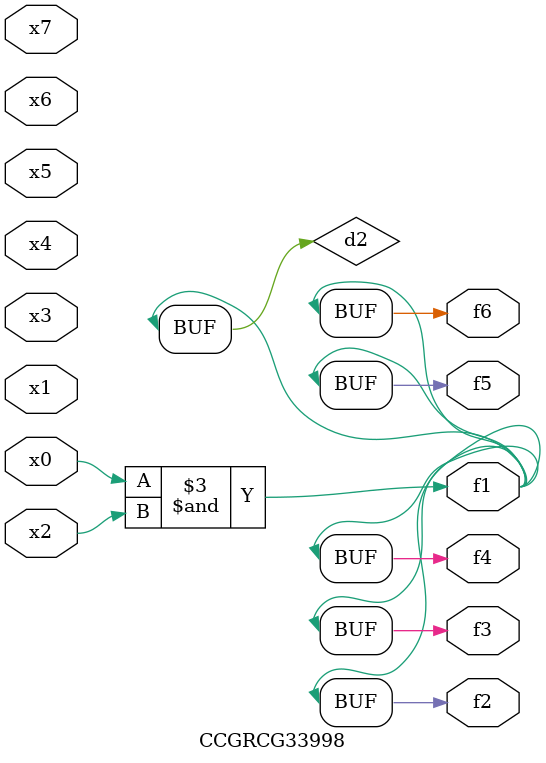
<source format=v>
module CCGRCG33998(
	input x0, x1, x2, x3, x4, x5, x6, x7,
	output f1, f2, f3, f4, f5, f6
);

	wire d1, d2;

	nor (d1, x3, x6);
	and (d2, x0, x2);
	assign f1 = d2;
	assign f2 = d2;
	assign f3 = d2;
	assign f4 = d2;
	assign f5 = d2;
	assign f6 = d2;
endmodule

</source>
